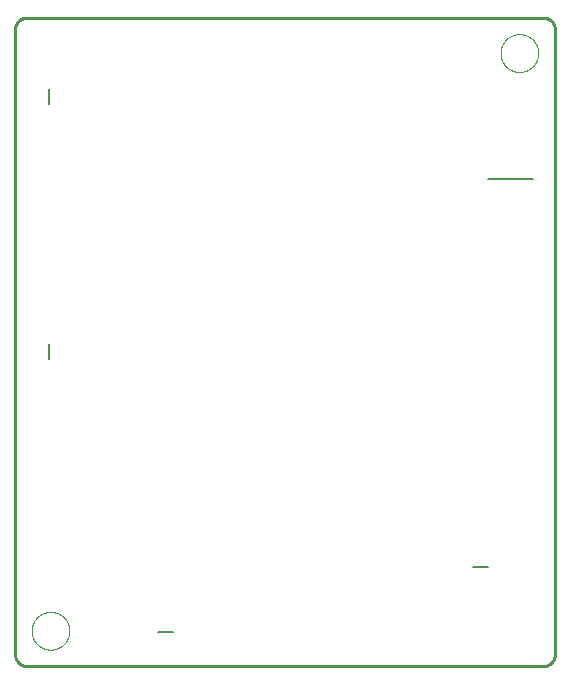
<source format=gbo>
G75*
%MOIN*%
%OFA0B0*%
%FSLAX25Y25*%
%IPPOS*%
%LPD*%
%AMOC8*
5,1,8,0,0,1.08239X$1,22.5*
%
%ADD10C,0.00000*%
%ADD11C,0.01000*%
%ADD12C,0.00800*%
D10*
X0012712Y0019011D02*
X0012714Y0019169D01*
X0012720Y0019327D01*
X0012730Y0019485D01*
X0012744Y0019643D01*
X0012762Y0019800D01*
X0012783Y0019957D01*
X0012809Y0020113D01*
X0012839Y0020269D01*
X0012872Y0020424D01*
X0012910Y0020577D01*
X0012951Y0020730D01*
X0012996Y0020882D01*
X0013045Y0021033D01*
X0013098Y0021182D01*
X0013154Y0021330D01*
X0013214Y0021476D01*
X0013278Y0021621D01*
X0013346Y0021764D01*
X0013417Y0021906D01*
X0013491Y0022046D01*
X0013569Y0022183D01*
X0013651Y0022319D01*
X0013735Y0022453D01*
X0013824Y0022584D01*
X0013915Y0022713D01*
X0014010Y0022840D01*
X0014107Y0022965D01*
X0014208Y0023087D01*
X0014312Y0023206D01*
X0014419Y0023323D01*
X0014529Y0023437D01*
X0014642Y0023548D01*
X0014757Y0023657D01*
X0014875Y0023762D01*
X0014996Y0023864D01*
X0015119Y0023964D01*
X0015245Y0024060D01*
X0015373Y0024153D01*
X0015503Y0024243D01*
X0015636Y0024329D01*
X0015771Y0024413D01*
X0015907Y0024492D01*
X0016046Y0024569D01*
X0016187Y0024641D01*
X0016329Y0024711D01*
X0016473Y0024776D01*
X0016619Y0024838D01*
X0016766Y0024896D01*
X0016915Y0024951D01*
X0017065Y0025002D01*
X0017216Y0025049D01*
X0017368Y0025092D01*
X0017521Y0025131D01*
X0017676Y0025167D01*
X0017831Y0025198D01*
X0017987Y0025226D01*
X0018143Y0025250D01*
X0018300Y0025270D01*
X0018458Y0025286D01*
X0018615Y0025298D01*
X0018774Y0025306D01*
X0018932Y0025310D01*
X0019090Y0025310D01*
X0019248Y0025306D01*
X0019407Y0025298D01*
X0019564Y0025286D01*
X0019722Y0025270D01*
X0019879Y0025250D01*
X0020035Y0025226D01*
X0020191Y0025198D01*
X0020346Y0025167D01*
X0020501Y0025131D01*
X0020654Y0025092D01*
X0020806Y0025049D01*
X0020957Y0025002D01*
X0021107Y0024951D01*
X0021256Y0024896D01*
X0021403Y0024838D01*
X0021549Y0024776D01*
X0021693Y0024711D01*
X0021835Y0024641D01*
X0021976Y0024569D01*
X0022115Y0024492D01*
X0022251Y0024413D01*
X0022386Y0024329D01*
X0022519Y0024243D01*
X0022649Y0024153D01*
X0022777Y0024060D01*
X0022903Y0023964D01*
X0023026Y0023864D01*
X0023147Y0023762D01*
X0023265Y0023657D01*
X0023380Y0023548D01*
X0023493Y0023437D01*
X0023603Y0023323D01*
X0023710Y0023206D01*
X0023814Y0023087D01*
X0023915Y0022965D01*
X0024012Y0022840D01*
X0024107Y0022713D01*
X0024198Y0022584D01*
X0024287Y0022453D01*
X0024371Y0022319D01*
X0024453Y0022183D01*
X0024531Y0022046D01*
X0024605Y0021906D01*
X0024676Y0021764D01*
X0024744Y0021621D01*
X0024808Y0021476D01*
X0024868Y0021330D01*
X0024924Y0021182D01*
X0024977Y0021033D01*
X0025026Y0020882D01*
X0025071Y0020730D01*
X0025112Y0020577D01*
X0025150Y0020424D01*
X0025183Y0020269D01*
X0025213Y0020113D01*
X0025239Y0019957D01*
X0025260Y0019800D01*
X0025278Y0019643D01*
X0025292Y0019485D01*
X0025302Y0019327D01*
X0025308Y0019169D01*
X0025310Y0019011D01*
X0025308Y0018853D01*
X0025302Y0018695D01*
X0025292Y0018537D01*
X0025278Y0018379D01*
X0025260Y0018222D01*
X0025239Y0018065D01*
X0025213Y0017909D01*
X0025183Y0017753D01*
X0025150Y0017598D01*
X0025112Y0017445D01*
X0025071Y0017292D01*
X0025026Y0017140D01*
X0024977Y0016989D01*
X0024924Y0016840D01*
X0024868Y0016692D01*
X0024808Y0016546D01*
X0024744Y0016401D01*
X0024676Y0016258D01*
X0024605Y0016116D01*
X0024531Y0015976D01*
X0024453Y0015839D01*
X0024371Y0015703D01*
X0024287Y0015569D01*
X0024198Y0015438D01*
X0024107Y0015309D01*
X0024012Y0015182D01*
X0023915Y0015057D01*
X0023814Y0014935D01*
X0023710Y0014816D01*
X0023603Y0014699D01*
X0023493Y0014585D01*
X0023380Y0014474D01*
X0023265Y0014365D01*
X0023147Y0014260D01*
X0023026Y0014158D01*
X0022903Y0014058D01*
X0022777Y0013962D01*
X0022649Y0013869D01*
X0022519Y0013779D01*
X0022386Y0013693D01*
X0022251Y0013609D01*
X0022115Y0013530D01*
X0021976Y0013453D01*
X0021835Y0013381D01*
X0021693Y0013311D01*
X0021549Y0013246D01*
X0021403Y0013184D01*
X0021256Y0013126D01*
X0021107Y0013071D01*
X0020957Y0013020D01*
X0020806Y0012973D01*
X0020654Y0012930D01*
X0020501Y0012891D01*
X0020346Y0012855D01*
X0020191Y0012824D01*
X0020035Y0012796D01*
X0019879Y0012772D01*
X0019722Y0012752D01*
X0019564Y0012736D01*
X0019407Y0012724D01*
X0019248Y0012716D01*
X0019090Y0012712D01*
X0018932Y0012712D01*
X0018774Y0012716D01*
X0018615Y0012724D01*
X0018458Y0012736D01*
X0018300Y0012752D01*
X0018143Y0012772D01*
X0017987Y0012796D01*
X0017831Y0012824D01*
X0017676Y0012855D01*
X0017521Y0012891D01*
X0017368Y0012930D01*
X0017216Y0012973D01*
X0017065Y0013020D01*
X0016915Y0013071D01*
X0016766Y0013126D01*
X0016619Y0013184D01*
X0016473Y0013246D01*
X0016329Y0013311D01*
X0016187Y0013381D01*
X0016046Y0013453D01*
X0015907Y0013530D01*
X0015771Y0013609D01*
X0015636Y0013693D01*
X0015503Y0013779D01*
X0015373Y0013869D01*
X0015245Y0013962D01*
X0015119Y0014058D01*
X0014996Y0014158D01*
X0014875Y0014260D01*
X0014757Y0014365D01*
X0014642Y0014474D01*
X0014529Y0014585D01*
X0014419Y0014699D01*
X0014312Y0014816D01*
X0014208Y0014935D01*
X0014107Y0015057D01*
X0014010Y0015182D01*
X0013915Y0015309D01*
X0013824Y0015438D01*
X0013735Y0015569D01*
X0013651Y0015703D01*
X0013569Y0015839D01*
X0013491Y0015976D01*
X0013417Y0016116D01*
X0013346Y0016258D01*
X0013278Y0016401D01*
X0013214Y0016546D01*
X0013154Y0016692D01*
X0013098Y0016840D01*
X0013045Y0016989D01*
X0012996Y0017140D01*
X0012951Y0017292D01*
X0012910Y0017445D01*
X0012872Y0017598D01*
X0012839Y0017753D01*
X0012809Y0017909D01*
X0012783Y0018065D01*
X0012762Y0018222D01*
X0012744Y0018379D01*
X0012730Y0018537D01*
X0012720Y0018695D01*
X0012714Y0018853D01*
X0012712Y0019011D01*
X0169011Y0211590D02*
X0169013Y0211748D01*
X0169019Y0211906D01*
X0169029Y0212064D01*
X0169043Y0212222D01*
X0169061Y0212379D01*
X0169082Y0212536D01*
X0169108Y0212692D01*
X0169138Y0212848D01*
X0169171Y0213003D01*
X0169209Y0213156D01*
X0169250Y0213309D01*
X0169295Y0213461D01*
X0169344Y0213612D01*
X0169397Y0213761D01*
X0169453Y0213909D01*
X0169513Y0214055D01*
X0169577Y0214200D01*
X0169645Y0214343D01*
X0169716Y0214485D01*
X0169790Y0214625D01*
X0169868Y0214762D01*
X0169950Y0214898D01*
X0170034Y0215032D01*
X0170123Y0215163D01*
X0170214Y0215292D01*
X0170309Y0215419D01*
X0170406Y0215544D01*
X0170507Y0215666D01*
X0170611Y0215785D01*
X0170718Y0215902D01*
X0170828Y0216016D01*
X0170941Y0216127D01*
X0171056Y0216236D01*
X0171174Y0216341D01*
X0171295Y0216443D01*
X0171418Y0216543D01*
X0171544Y0216639D01*
X0171672Y0216732D01*
X0171802Y0216822D01*
X0171935Y0216908D01*
X0172070Y0216992D01*
X0172206Y0217071D01*
X0172345Y0217148D01*
X0172486Y0217220D01*
X0172628Y0217290D01*
X0172772Y0217355D01*
X0172918Y0217417D01*
X0173065Y0217475D01*
X0173214Y0217530D01*
X0173364Y0217581D01*
X0173515Y0217628D01*
X0173667Y0217671D01*
X0173820Y0217710D01*
X0173975Y0217746D01*
X0174130Y0217777D01*
X0174286Y0217805D01*
X0174442Y0217829D01*
X0174599Y0217849D01*
X0174757Y0217865D01*
X0174914Y0217877D01*
X0175073Y0217885D01*
X0175231Y0217889D01*
X0175389Y0217889D01*
X0175547Y0217885D01*
X0175706Y0217877D01*
X0175863Y0217865D01*
X0176021Y0217849D01*
X0176178Y0217829D01*
X0176334Y0217805D01*
X0176490Y0217777D01*
X0176645Y0217746D01*
X0176800Y0217710D01*
X0176953Y0217671D01*
X0177105Y0217628D01*
X0177256Y0217581D01*
X0177406Y0217530D01*
X0177555Y0217475D01*
X0177702Y0217417D01*
X0177848Y0217355D01*
X0177992Y0217290D01*
X0178134Y0217220D01*
X0178275Y0217148D01*
X0178414Y0217071D01*
X0178550Y0216992D01*
X0178685Y0216908D01*
X0178818Y0216822D01*
X0178948Y0216732D01*
X0179076Y0216639D01*
X0179202Y0216543D01*
X0179325Y0216443D01*
X0179446Y0216341D01*
X0179564Y0216236D01*
X0179679Y0216127D01*
X0179792Y0216016D01*
X0179902Y0215902D01*
X0180009Y0215785D01*
X0180113Y0215666D01*
X0180214Y0215544D01*
X0180311Y0215419D01*
X0180406Y0215292D01*
X0180497Y0215163D01*
X0180586Y0215032D01*
X0180670Y0214898D01*
X0180752Y0214762D01*
X0180830Y0214625D01*
X0180904Y0214485D01*
X0180975Y0214343D01*
X0181043Y0214200D01*
X0181107Y0214055D01*
X0181167Y0213909D01*
X0181223Y0213761D01*
X0181276Y0213612D01*
X0181325Y0213461D01*
X0181370Y0213309D01*
X0181411Y0213156D01*
X0181449Y0213003D01*
X0181482Y0212848D01*
X0181512Y0212692D01*
X0181538Y0212536D01*
X0181559Y0212379D01*
X0181577Y0212222D01*
X0181591Y0212064D01*
X0181601Y0211906D01*
X0181607Y0211748D01*
X0181609Y0211590D01*
X0181607Y0211432D01*
X0181601Y0211274D01*
X0181591Y0211116D01*
X0181577Y0210958D01*
X0181559Y0210801D01*
X0181538Y0210644D01*
X0181512Y0210488D01*
X0181482Y0210332D01*
X0181449Y0210177D01*
X0181411Y0210024D01*
X0181370Y0209871D01*
X0181325Y0209719D01*
X0181276Y0209568D01*
X0181223Y0209419D01*
X0181167Y0209271D01*
X0181107Y0209125D01*
X0181043Y0208980D01*
X0180975Y0208837D01*
X0180904Y0208695D01*
X0180830Y0208555D01*
X0180752Y0208418D01*
X0180670Y0208282D01*
X0180586Y0208148D01*
X0180497Y0208017D01*
X0180406Y0207888D01*
X0180311Y0207761D01*
X0180214Y0207636D01*
X0180113Y0207514D01*
X0180009Y0207395D01*
X0179902Y0207278D01*
X0179792Y0207164D01*
X0179679Y0207053D01*
X0179564Y0206944D01*
X0179446Y0206839D01*
X0179325Y0206737D01*
X0179202Y0206637D01*
X0179076Y0206541D01*
X0178948Y0206448D01*
X0178818Y0206358D01*
X0178685Y0206272D01*
X0178550Y0206188D01*
X0178414Y0206109D01*
X0178275Y0206032D01*
X0178134Y0205960D01*
X0177992Y0205890D01*
X0177848Y0205825D01*
X0177702Y0205763D01*
X0177555Y0205705D01*
X0177406Y0205650D01*
X0177256Y0205599D01*
X0177105Y0205552D01*
X0176953Y0205509D01*
X0176800Y0205470D01*
X0176645Y0205434D01*
X0176490Y0205403D01*
X0176334Y0205375D01*
X0176178Y0205351D01*
X0176021Y0205331D01*
X0175863Y0205315D01*
X0175706Y0205303D01*
X0175547Y0205295D01*
X0175389Y0205291D01*
X0175231Y0205291D01*
X0175073Y0205295D01*
X0174914Y0205303D01*
X0174757Y0205315D01*
X0174599Y0205331D01*
X0174442Y0205351D01*
X0174286Y0205375D01*
X0174130Y0205403D01*
X0173975Y0205434D01*
X0173820Y0205470D01*
X0173667Y0205509D01*
X0173515Y0205552D01*
X0173364Y0205599D01*
X0173214Y0205650D01*
X0173065Y0205705D01*
X0172918Y0205763D01*
X0172772Y0205825D01*
X0172628Y0205890D01*
X0172486Y0205960D01*
X0172345Y0206032D01*
X0172206Y0206109D01*
X0172070Y0206188D01*
X0171935Y0206272D01*
X0171802Y0206358D01*
X0171672Y0206448D01*
X0171544Y0206541D01*
X0171418Y0206637D01*
X0171295Y0206737D01*
X0171174Y0206839D01*
X0171056Y0206944D01*
X0170941Y0207053D01*
X0170828Y0207164D01*
X0170718Y0207278D01*
X0170611Y0207395D01*
X0170507Y0207514D01*
X0170406Y0207636D01*
X0170309Y0207761D01*
X0170214Y0207888D01*
X0170123Y0208017D01*
X0170034Y0208148D01*
X0169950Y0208282D01*
X0169868Y0208418D01*
X0169790Y0208555D01*
X0169716Y0208695D01*
X0169645Y0208837D01*
X0169577Y0208980D01*
X0169513Y0209125D01*
X0169453Y0209271D01*
X0169397Y0209419D01*
X0169344Y0209568D01*
X0169295Y0209719D01*
X0169250Y0209871D01*
X0169209Y0210024D01*
X0169171Y0210177D01*
X0169138Y0210332D01*
X0169108Y0210488D01*
X0169082Y0210644D01*
X0169061Y0210801D01*
X0169043Y0210958D01*
X0169029Y0211116D01*
X0169019Y0211274D01*
X0169013Y0211432D01*
X0169011Y0211590D01*
D11*
X0007200Y0219464D02*
X0007200Y0011137D01*
X0007202Y0011013D01*
X0007208Y0010890D01*
X0007217Y0010766D01*
X0007231Y0010644D01*
X0007248Y0010521D01*
X0007270Y0010399D01*
X0007295Y0010278D01*
X0007324Y0010158D01*
X0007356Y0010039D01*
X0007393Y0009920D01*
X0007433Y0009803D01*
X0007476Y0009688D01*
X0007524Y0009573D01*
X0007575Y0009461D01*
X0007629Y0009350D01*
X0007687Y0009240D01*
X0007748Y0009133D01*
X0007813Y0009027D01*
X0007881Y0008924D01*
X0007952Y0008823D01*
X0008026Y0008724D01*
X0008103Y0008627D01*
X0008184Y0008533D01*
X0008267Y0008442D01*
X0008353Y0008353D01*
X0008442Y0008267D01*
X0008533Y0008184D01*
X0008627Y0008103D01*
X0008724Y0008026D01*
X0008823Y0007952D01*
X0008924Y0007881D01*
X0009027Y0007813D01*
X0009133Y0007748D01*
X0009240Y0007687D01*
X0009350Y0007629D01*
X0009461Y0007575D01*
X0009573Y0007524D01*
X0009688Y0007476D01*
X0009803Y0007433D01*
X0009920Y0007393D01*
X0010039Y0007356D01*
X0010158Y0007324D01*
X0010278Y0007295D01*
X0010399Y0007270D01*
X0010521Y0007248D01*
X0010644Y0007231D01*
X0010766Y0007217D01*
X0010890Y0007208D01*
X0011013Y0007202D01*
X0011137Y0007200D01*
X0183184Y0007200D01*
X0183308Y0007202D01*
X0183431Y0007208D01*
X0183555Y0007217D01*
X0183677Y0007231D01*
X0183800Y0007248D01*
X0183922Y0007270D01*
X0184043Y0007295D01*
X0184163Y0007324D01*
X0184282Y0007356D01*
X0184401Y0007393D01*
X0184518Y0007433D01*
X0184633Y0007476D01*
X0184748Y0007524D01*
X0184860Y0007575D01*
X0184971Y0007629D01*
X0185081Y0007687D01*
X0185188Y0007748D01*
X0185294Y0007813D01*
X0185397Y0007881D01*
X0185498Y0007952D01*
X0185597Y0008026D01*
X0185694Y0008103D01*
X0185788Y0008184D01*
X0185879Y0008267D01*
X0185968Y0008353D01*
X0186054Y0008442D01*
X0186137Y0008533D01*
X0186218Y0008627D01*
X0186295Y0008724D01*
X0186369Y0008823D01*
X0186440Y0008924D01*
X0186508Y0009027D01*
X0186573Y0009133D01*
X0186634Y0009240D01*
X0186692Y0009350D01*
X0186746Y0009461D01*
X0186797Y0009573D01*
X0186845Y0009688D01*
X0186888Y0009803D01*
X0186928Y0009920D01*
X0186965Y0010039D01*
X0186997Y0010158D01*
X0187026Y0010278D01*
X0187051Y0010399D01*
X0187073Y0010521D01*
X0187090Y0010644D01*
X0187104Y0010766D01*
X0187113Y0010890D01*
X0187119Y0011013D01*
X0187121Y0011137D01*
X0187121Y0219464D01*
X0187119Y0219588D01*
X0187113Y0219711D01*
X0187104Y0219835D01*
X0187090Y0219957D01*
X0187073Y0220080D01*
X0187051Y0220202D01*
X0187026Y0220323D01*
X0186997Y0220443D01*
X0186965Y0220562D01*
X0186928Y0220681D01*
X0186888Y0220798D01*
X0186845Y0220913D01*
X0186797Y0221028D01*
X0186746Y0221140D01*
X0186692Y0221251D01*
X0186634Y0221361D01*
X0186573Y0221468D01*
X0186508Y0221574D01*
X0186440Y0221677D01*
X0186369Y0221778D01*
X0186295Y0221877D01*
X0186218Y0221974D01*
X0186137Y0222068D01*
X0186054Y0222159D01*
X0185968Y0222248D01*
X0185879Y0222334D01*
X0185788Y0222417D01*
X0185694Y0222498D01*
X0185597Y0222575D01*
X0185498Y0222649D01*
X0185397Y0222720D01*
X0185294Y0222788D01*
X0185188Y0222853D01*
X0185081Y0222914D01*
X0184971Y0222972D01*
X0184860Y0223026D01*
X0184748Y0223077D01*
X0184633Y0223125D01*
X0184518Y0223168D01*
X0184401Y0223208D01*
X0184282Y0223245D01*
X0184163Y0223277D01*
X0184043Y0223306D01*
X0183922Y0223331D01*
X0183800Y0223353D01*
X0183677Y0223370D01*
X0183555Y0223384D01*
X0183431Y0223393D01*
X0183308Y0223399D01*
X0183184Y0223401D01*
X0011137Y0223401D01*
X0011013Y0223399D01*
X0010890Y0223393D01*
X0010766Y0223384D01*
X0010644Y0223370D01*
X0010521Y0223353D01*
X0010399Y0223331D01*
X0010278Y0223306D01*
X0010158Y0223277D01*
X0010039Y0223245D01*
X0009920Y0223208D01*
X0009803Y0223168D01*
X0009688Y0223125D01*
X0009573Y0223077D01*
X0009461Y0223026D01*
X0009350Y0222972D01*
X0009240Y0222914D01*
X0009133Y0222853D01*
X0009027Y0222788D01*
X0008924Y0222720D01*
X0008823Y0222649D01*
X0008724Y0222575D01*
X0008627Y0222498D01*
X0008533Y0222417D01*
X0008442Y0222334D01*
X0008353Y0222248D01*
X0008267Y0222159D01*
X0008184Y0222068D01*
X0008103Y0221974D01*
X0008026Y0221877D01*
X0007952Y0221778D01*
X0007881Y0221677D01*
X0007813Y0221574D01*
X0007748Y0221468D01*
X0007687Y0221361D01*
X0007629Y0221251D01*
X0007575Y0221140D01*
X0007524Y0221028D01*
X0007476Y0220913D01*
X0007433Y0220798D01*
X0007393Y0220681D01*
X0007356Y0220562D01*
X0007324Y0220443D01*
X0007295Y0220323D01*
X0007270Y0220202D01*
X0007248Y0220080D01*
X0007231Y0219957D01*
X0007217Y0219835D01*
X0007208Y0219711D01*
X0007202Y0219588D01*
X0007200Y0219464D01*
D12*
X0018625Y0199700D02*
X0018625Y0194700D01*
X0018625Y0114700D02*
X0018625Y0109700D01*
X0054700Y0018625D02*
X0059700Y0018625D01*
X0159700Y0040275D02*
X0164700Y0040275D01*
X0164700Y0169700D02*
X0179700Y0169700D01*
M02*

</source>
